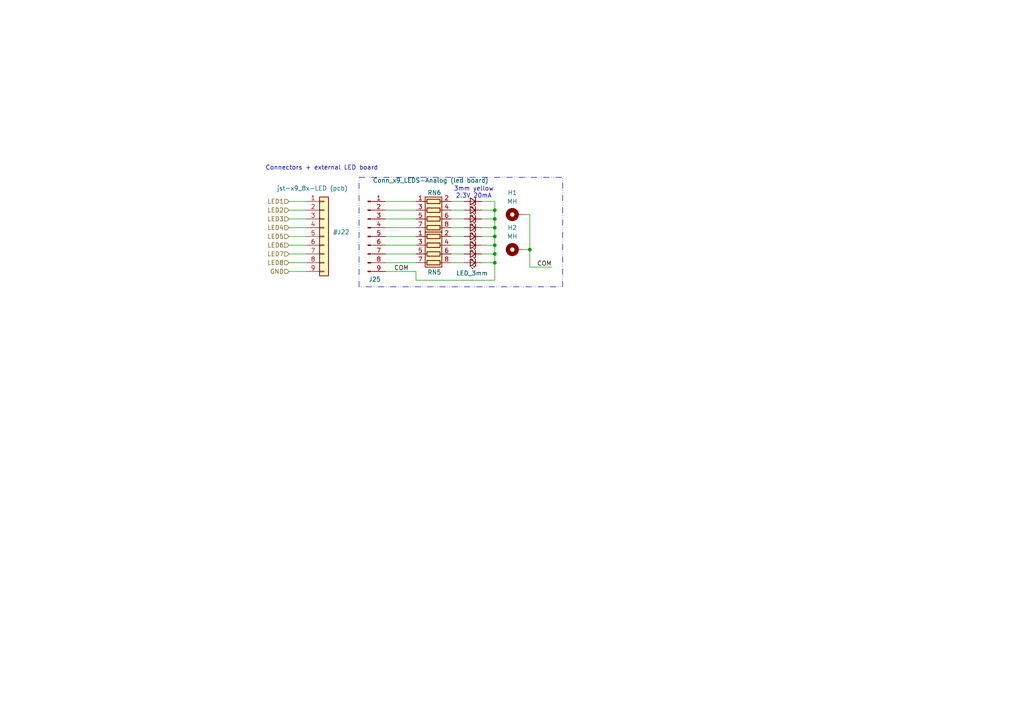
<source format=kicad_sch>
(kicad_sch (version 20231120) (generator "eeschema") (generator_version "8.0")
  (paper "A4")
  (lib_symbols
    (symbol "Connector:Conn_01x09_Pin" (pin_names (offset 1.016) hide)
      (property "Reference" "J" (at 0 12.7 0))
      (property "Value" "Conn_01x09_Pin" (at 0 -12.7 0))
      (symbol "Conn_01x09_Pin_1_1"
        (polyline (pts (xy 1.27 -10.16) (xy 0.8636 -10.16)) (stroke (width 0.1524)))
        (polyline (pts (xy 1.27 -7.62) (xy 0.8636 -7.62)) (stroke (width 0.1524)))
        (polyline (pts (xy 1.27 -5.08) (xy 0.8636 -5.08)) (stroke (width 0.1524)))
        (polyline (pts (xy 1.27 -2.54) (xy 0.8636 -2.54)) (stroke (width 0.1524)))
        (polyline (pts (xy 1.27 0) (xy 0.8636 0)) (stroke (width 0.1524)))
        (polyline (pts (xy 1.27 2.54) (xy 0.8636 2.54)) (stroke (width 0.1524)))
        (polyline (pts (xy 1.27 5.08) (xy 0.8636 5.08)) (stroke (width 0.1524)))
        (polyline (pts (xy 1.27 7.62) (xy 0.8636 7.62)) (stroke (width 0.1524)))
        (polyline (pts (xy 1.27 10.16) (xy 0.8636 10.16)) (stroke (width 0.1524)))
        (rectangle (start 0.8636 -10.033) (end 0 -10.287) (stroke (width 0.1524)) (fill (type outline)))
        (rectangle (start 0.8636 -7.493) (end 0 -7.747) (stroke (width 0.1524)) (fill (type outline)))
        (rectangle (start 0.8636 -4.953) (end 0 -5.207) (stroke (width 0.1524)) (fill (type outline)))
        (rectangle (start 0.8636 -2.413) (end 0 -2.667) (stroke (width 0.1524)) (fill (type outline)))
        (rectangle (start 0.8636 0.127) (end 0 -0.127) (stroke (width 0.1524)) (fill (type outline)))
        (rectangle (start 0.8636 2.667) (end 0 2.413) (stroke (width 0.1524)) (fill (type outline)))
        (rectangle (start 0.8636 5.207) (end 0 4.953) (stroke (width 0.1524)) (fill (type outline)))
        (rectangle (start 0.8636 7.747) (end 0 7.493) (stroke (width 0.1524)) (fill (type outline)))
        (rectangle (start 0.8636 10.287) (end 0 10.033) (stroke (width 0.1524)) (fill (type outline)))
        (pin passive line (at 5.08 10.16 180) (length 3.81) (name "Pin_1") (number "1"))
        (pin passive line (at 5.08 7.62 180) (length 3.81) (name "Pin_2") (number "2"))
        (pin passive line (at 5.08 5.08 180) (length 3.81) (name "Pin_3") (number "3"))
        (pin passive line (at 5.08 2.54 180) (length 3.81) (name "Pin_4") (number "4"))
        (pin passive line (at 5.08 0 180) (length 3.81) (name "Pin_5") (number "5"))
        (pin passive line (at 5.08 -2.54 180) (length 3.81) (name "Pin_6") (number "6"))
        (pin passive line (at 5.08 -5.08 180) (length 3.81) (name "Pin_7") (number "7"))
        (pin passive line (at 5.08 -7.62 180) (length 3.81) (name "Pin_8") (number "8"))
        (pin passive line (at 5.08 -10.16 180) (length 3.81) (name "Pin_9") (number "9"))
      )
    )
    (symbol "Connector_Generic:Conn_01x09" (pin_names (offset 1.016) hide)
      (property "Reference" "J" (at 0 12.7 0))
      (property "Value" "Conn_01x09" (at 0 -12.7 0))
      (symbol "Conn_01x09_1_1"
        (rectangle (start -1.27 -10.033) (end 0 -10.287) (stroke (width 0.1524)))
        (rectangle (start -1.27 -7.493) (end 0 -7.747) (stroke (width 0.1524)))
        (rectangle (start -1.27 -4.953) (end 0 -5.207) (stroke (width 0.1524)))
        (rectangle (start -1.27 -2.413) (end 0 -2.667) (stroke (width 0.1524)))
        (rectangle (start -1.27 0.127) (end 0 -0.127) (stroke (width 0.1524)))
        (rectangle (start -1.27 2.667) (end 0 2.413) (stroke (width 0.1524)))
        (rectangle (start -1.27 5.207) (end 0 4.953) (stroke (width 0.1524)))
        (rectangle (start -1.27 7.747) (end 0 7.493) (stroke (width 0.1524)))
        (rectangle (start -1.27 10.287) (end 0 10.033) (stroke (width 0.1524)))
        (rectangle (start -1.27 11.43) (end 1.27 -11.43) (stroke (width 0.254)) (fill (type background)))
        (pin passive line (at -5.08 10.16 0) (length 3.81) (name "Pin_1") (number "1"))
        (pin passive line (at -5.08 7.62 0) (length 3.81) (name "Pin_2") (number "2"))
        (pin passive line (at -5.08 5.08 0) (length 3.81) (name "Pin_3") (number "3"))
        (pin passive line (at -5.08 2.54 0) (length 3.81) (name "Pin_4") (number "4"))
        (pin passive line (at -5.08 0 0) (length 3.81) (name "Pin_5") (number "5"))
        (pin passive line (at -5.08 -2.54 0) (length 3.81) (name "Pin_6") (number "6"))
        (pin passive line (at -5.08 -5.08 0) (length 3.81) (name "Pin_7") (number "7"))
        (pin passive line (at -5.08 -7.62 0) (length 3.81) (name "Pin_8") (number "8"))
        (pin passive line (at -5.08 -10.16 0) (length 3.81) (name "Pin_9") (number "9"))
      )
    )
    (symbol "Device:LED_Small" (pin_numbers hide) (pin_names (offset 0.254) hide)
      (property "Reference" "D" (at -1.27 3.175 0))
      (property "Value" "LED_Small" (at -4.445 -2.54 0))
      (symbol "LED_Small_0_1"
        (polyline (pts (xy -0.762 -1.016) (xy -0.762 1.016)) (stroke (width 0.254)))
        (polyline (pts (xy 1.016 0) (xy -0.762 0)))
        (polyline (pts (xy 0.762 -1.016) (xy -0.762 0) (xy 0.762 1.016) (xy 0.762 -1.016)) (stroke (width 0.254)))
        (polyline (pts (xy 0 0.762) (xy -0.508 1.27) (xy -0.254 1.27) (xy -0.508 1.27) (xy -0.508 1.016)))
        (polyline (pts (xy 0.508 1.27) (xy 0 1.778) (xy 0.254 1.778) (xy 0 1.778) (xy 0 1.524)))
      )
      (symbol "LED_Small_1_1"
        (pin passive line (at -2.54 0 0) (length 1.778) (name "K") (number "1"))
        (pin passive line (at 2.54 0 180) (length 1.778) (name "A") (number "2"))
      )
    )
    (symbol "Mechanical:MountingHole_Pad" (pin_numbers hide) (pin_names (offset 1.016) hide) (exclude_from_sim yes) (in_bom no)
      (property "Reference" "H" (at 0 6.35 0))
      (property "Value" "MountingHole_Pad" (at 0 4.445 0))
      (symbol "MountingHole_Pad_0_1"
        (circle (center 0 1.27) (radius 1.27) (stroke (width 1.27)))
      )
      (symbol "MountingHole_Pad_1_1"
        (pin input line (at 0 -2.54 90) (length 2.54) (name "1") (number "1"))
      )
    )
    (symbol "custom-symbols:R_Pack04-Parallel-SIL" (pin_names (offset 0) hide)
      (property "Reference" "RN" (at -7.62 0 90))
      (property "Value" "R_Pack04-Parallel-SIL" (at 5.08 0 90))
      (symbol "R_Pack04-Parallel-SIL_0_1"
        (rectangle (start -6.35 -2.413) (end 3.81 2.413) (stroke (width 0.254)) (fill (type background)))
        (rectangle (start -5.715 1.905) (end -4.445 -1.905) (stroke (width 0.254)))
        (rectangle (start -3.175 1.905) (end -1.905 -1.905) (stroke (width 0.254)))
        (rectangle (start -0.635 1.905) (end 0.635 -1.905) (stroke (width 0.254)))
        (polyline (pts (xy -5.08 -2.54) (xy -5.08 -1.905)))
        (polyline (pts (xy -5.08 1.905) (xy -5.08 2.54)))
        (polyline (pts (xy -2.54 -2.54) (xy -2.54 -1.905)))
        (polyline (pts (xy -2.54 1.905) (xy -2.54 2.54)))
        (polyline (pts (xy 0 -2.54) (xy 0 -1.905)))
        (polyline (pts (xy 0 1.905) (xy 0 2.54)))
        (polyline (pts (xy 2.54 -2.54) (xy 2.54 -1.905)))
        (polyline (pts (xy 2.54 1.905) (xy 2.54 2.54)))
        (rectangle (start 1.905 1.905) (end 3.175 -1.905) (stroke (width 0.254)))
      )
      (symbol "R_Pack04-Parallel-SIL_1_1"
        (pin passive line (at -5.08 -5.08 90) (length 2.54) (name "R1.1") (number "1"))
        (pin passive line (at -5.08 5.08 270) (length 2.54) (name "R1.2") (number "2"))
        (pin passive line (at -2.54 -5.08 90) (length 2.54) (name "R2.1") (number "3"))
        (pin passive line (at -2.54 5.08 270) (length 2.54) (name "R2.2") (number "4"))
        (pin passive line (at 0 -5.08 90) (length 2.54) (name "R3.1") (number "5"))
        (pin passive line (at 0 5.08 270) (length 2.54) (name "R3.2") (number "6"))
        (pin passive line (at 2.54 -5.08 90) (length 2.54) (name "R4.1") (number "7"))
        (pin passive line (at 2.54 5.08 270) (length 2.54) (name "R4.2") (number "8"))
      )
    )
  )
  (junction (at 143.51 71.12))
  (junction (at 143.51 60.96))
  (junction (at 143.51 73.66))
  (junction (at 143.51 68.58))
  (junction (at 143.51 63.5))
  (junction (at 143.51 76.2))
  (junction (at 143.51 66.04))
  (junction (at 153.67 72.39))
  (wire (pts (xy 130.81 63.5) (xy 134.62 63.5)))
  (wire (pts (xy 130.81 73.66) (xy 134.62 73.66)))
  (wire (pts (xy 130.81 71.12) (xy 134.62 71.12)))
  (wire (pts (xy 83.82 66.04) (xy 88.9 66.04)))
  (wire (pts (xy 153.67 72.39) (xy 153.67 77.47)))
  (wire (pts (xy 130.81 60.96) (xy 134.62 60.96)))
  (wire (pts (xy 143.51 73.66) (xy 143.51 71.12)))
  (wire (pts (xy 143.51 68.58) (xy 143.51 66.04)))
  (wire (pts (xy 130.81 68.58) (xy 134.62 68.58)))
  (wire (pts (xy 143.51 60.96) (xy 143.51 58.42)))
  (wire (pts (xy 111.76 73.66) (xy 120.65 73.66)))
  (wire (pts (xy 153.67 77.47) (xy 160.02 77.47)))
  (wire (pts (xy 143.51 66.04) (xy 143.51 63.5)))
  (wire (pts (xy 139.7 66.04) (xy 143.51 66.04)))
  (wire (pts (xy 139.7 71.12) (xy 143.51 71.12)))
  (wire (pts (xy 83.82 63.5) (xy 88.9 63.5)))
  (wire (pts (xy 143.51 76.2) (xy 143.51 73.66)))
  (wire (pts (xy 139.7 60.96) (xy 143.51 60.96)))
  (wire (pts (xy 83.82 73.66) (xy 88.9 73.66)))
  (wire (pts (xy 111.76 78.74) (xy 120.65 78.74)))
  (wire (pts (xy 153.67 62.23) (xy 153.67 72.39)))
  (wire (pts (xy 111.76 71.12) (xy 120.65 71.12)))
  (wire (pts (xy 111.76 60.96) (xy 120.65 60.96)))
  (wire (pts (xy 130.81 76.2) (xy 134.62 76.2)))
  (wire (pts (xy 143.51 71.12) (xy 143.51 68.58)))
  (wire (pts (xy 83.82 76.2) (xy 88.9 76.2)))
  (wire (pts (xy 83.82 68.58) (xy 88.9 68.58)))
  (wire (pts (xy 111.76 58.42) (xy 120.65 58.42)))
  (wire (pts (xy 143.51 58.42) (xy 139.7 58.42)))
  (wire (pts (xy 130.81 58.42) (xy 134.62 58.42)))
  (wire (pts (xy 83.82 78.74) (xy 88.9 78.74)))
  (wire (pts (xy 139.7 76.2) (xy 143.51 76.2)))
  (wire (pts (xy 83.82 60.96) (xy 88.9 60.96)))
  (wire (pts (xy 139.7 63.5) (xy 143.51 63.5)))
  (wire (pts (xy 143.51 76.2) (xy 143.51 81.28)))
  (wire (pts (xy 139.7 68.58) (xy 143.51 68.58)))
  (wire (pts (xy 83.82 58.42) (xy 88.9 58.42)))
  (wire (pts (xy 139.7 73.66) (xy 143.51 73.66)))
  (wire (pts (xy 111.76 76.2) (xy 120.65 76.2)))
  (wire (pts (xy 111.76 68.58) (xy 120.65 68.58)))
  (wire (pts (xy 83.82 71.12) (xy 88.9 71.12)))
  (wire (pts (xy 143.51 63.5) (xy 143.51 60.96)))
  (wire (pts (xy 111.76 66.04) (xy 120.65 66.04)))
  (wire (pts (xy 111.76 63.5) (xy 120.65 63.5)))
  (wire (pts (xy 152.4 62.23) (xy 153.67 62.23)))
  (wire (pts (xy 143.51 81.28) (xy 120.65 81.28)))
  (wire (pts (xy 120.65 81.28) (xy 120.65 78.74)))
  (wire (pts (xy 130.81 66.04) (xy 134.62 66.04)))
  (wire (pts (xy 152.4 72.39) (xy 153.67 72.39)))
  (rectangle (start 104.14 51.435) (end 163.195 83.185) (stroke (width 0) (type dash_dot_dot)))
  (text "3mm yellow\n2.3V 20mA" (at 137.414 55.88 0) (effects (font (size 1.27 1.27))))
  (text "Connectors + external LED board" (at 76.962 48.768 0) (effects (font (size 1.27 1.27)) (justify left)))
  (label "COM" (at 160.02 77.47 180))
  (label "COM" (at 114.3 78.74 0))
  (hierarchical_label "LED8" (shape input) (at 83.82 76.2 180))
  (hierarchical_label "LED4" (shape input) (at 83.82 66.04 180))
  (hierarchical_label "GND" (shape input) (at 83.82 78.74 180))
  (hierarchical_label "LED5" (shape input) (at 83.82 68.58 180))
  (hierarchical_label "LED6" (shape input) (at 83.82 71.12 180))
  (hierarchical_label "LED2" (shape input) (at 83.82 60.96 180))
  (hierarchical_label "LED7" (shape input) (at 83.82 73.66 180))
  (hierarchical_label "LED3" (shape input) (at 83.82 63.5 180))
  (hierarchical_label "LED1" (shape input) (at 83.82 58.42 180))
  (symbol (lib_id "Device:LED_Small") (at 137.16 60.96 180) (unit 1)
    (property "Reference" "D8" (effects (hide yes)))
    (property "Value" "LED_3mm" (effects (hide yes)))
    (property "Footprint" "LED_THT:LED_D3.0mm_IRGrey" (effects (hide yes)))
    (property "Datasheet" "https://www.conrad.de/de/p/tru-components-1577458-led-bedrahtet-gelb-rund-3-mm-275-mcd-60-20-ma-1577458.html" (effects (hide yes)))
    (property "Description" "Light emitting diode, small symbol" (effects (hide yes)))
  )
  (symbol (lib_id "custom-symbols:R_Pack04-Parallel-SIL") (at 125.73 73.66 270) (unit 1)
    (property "Reference" "RN6" (at 125.984 55.88 90))
    (property "Value" "R_Pack04_27R" (effects (hide yes)))
    (property "Footprint" "Resistor_THT:R_Array_SIP8" (effects (hide yes)))
    (property "Datasheet" "https://www.reichelt.com/be/en/shop/product/resistor_network_4res_8pin_27_ohm-168596" (effects (hide yes)))
    (property "Description" "4 resistor network, parallel topology" (effects (hide yes)))
  )
  (symbol (lib_id "Device:LED_Small") (at 137.16 63.5 180) (unit 1)
    (property "Reference" "D10" (effects (hide yes)))
    (property "Value" "LED_3mm" (effects (hide yes)))
    (property "Footprint" "LED_THT:LED_D3.0mm_IRGrey" (effects (hide yes)))
    (property "Datasheet" "https://www.conrad.de/de/p/tru-components-1577458-led-bedrahtet-gelb-rund-3-mm-275-mcd-60-20-ma-1577458.html" (effects (hide yes)))
    (property "Description" "Light emitting diode, small symbol" (effects (hide yes)))
  )
  (symbol (lib_id "Mechanical:MountingHole_Pad") (at 149.86 62.23 90) (unit 1) (exclude_from_sim yes) (in_bom no)
    (property "Reference" "H1" (at 148.59 55.88 90))
    (property "Value" "MH" (at 148.59 58.42 90))
    (property "Footprint" "custom-footprints1:MountingHole_2.2mm_NPTH-with-pad" (effects (hide yes)))
    (property "Description" "Mounting Hole with connection" (effects (hide yes)))
  )
  (symbol (lib_id "Device:LED_Small") (at 137.16 68.58 180) (unit 1)
    (property "Reference" "D17" (effects (hide yes)))
    (property "Value" "LED_3mm" (effects (hide yes)))
    (property "Footprint" "LED_THT:LED_D3.0mm_IRGrey" (effects (hide yes)))
    (property "Datasheet" "https://www.conrad.de/de/p/tru-components-1577458-led-bedrahtet-gelb-rund-3-mm-275-mcd-60-20-ma-1577458.html" (effects (hide yes)))
    (property "Description" "Light emitting diode, small symbol" (effects (hide yes)))
  )
  (symbol (lib_id "Connector:Conn_01x09_Pin") (at 106.68 68.58 0) (unit 1)
    (property "Reference" "J25" (at 110.49 81.026 0) (effects (justify right)))
    (property "Value" "Conn_x9_LEDS-Analog (led board)" (at 141.732 52.324 0) (effects (justify right)))
    (property "Footprint" "Connector_PinHeader_2.54mm:PinHeader_1x09_P2.54mm_Vertical" (effects (hide yes)))
    (property "Description" "Generic connector, single row, 01x09, script generated" (effects (hide yes)))
  )
  (symbol (lib_id "Device:LED_Small") (at 137.16 76.2 180) (unit 1)
    (property "Reference" "D27" (effects (hide yes)))
    (property "Value" "LED_3mm" (at 136.906 79.248 0))
    (property "Footprint" "LED_THT:LED_D3.0mm_IRGrey" (effects (hide yes)))
    (property "Datasheet" "https://www.conrad.de/de/p/tru-components-1577379-led-bedrahtet-rot-rund-3-mm-125-mcd-60-20-ma-1577379.html" (effects (hide yes)))
    (property "Description" "Light emitting diode, small symbol" (effects (hide yes)))
  )
  (symbol (lib_id "Connector_Generic:Conn_01x09") (at 93.98 68.58 0) (unit 1)
    (property "Reference" "#J22" (at 96.52 67.3099 0) (effects (justify left)))
    (property "Value" "jst-x9_8x-LED (pcb)" (at 80.264 54.61 0) (effects (justify left)))
    (property "Footprint" "Connector_JST:JST_XH_B9B-XH-A_1x09_P2.50mm_Vertical" (effects (hide yes)))
    (property "Datasheet" "https://www.ebay.de/itm/183466543983" (effects (hide yes)))
    (property "Description" "Generic connector, single row, 01x09, script generated (kicad-library-utils/schlib/autogen/connector/)" (effects (hide yes)))
  )
  (symbol (lib_id "Device:LED_Small") (at 137.16 66.04 180) (unit 1)
    (property "Reference" "D15" (effects (hide yes)))
    (property "Value" "LED_3mm" (effects (hide yes)))
    (property "Footprint" "LED_THT:LED_D3.0mm_IRGrey" (effects (hide yes)))
    (property "Datasheet" "https://www.conrad.de/de/p/tru-components-1577458-led-bedrahtet-gelb-rund-3-mm-275-mcd-60-20-ma-1577458.html" (effects (hide yes)))
    (property "Description" "Light emitting diode, small symbol" (effects (hide yes)))
  )
  (symbol (lib_id "Device:LED_Small") (at 137.16 73.66 180) (unit 1)
    (property "Reference" "D26" (effects (hide yes)))
    (property "Value" "LED_3mm" (effects (hide yes)))
    (property "Footprint" "LED_THT:LED_D3.0mm_IRGrey" (effects (hide yes)))
    (property "Datasheet" "https://www.conrad.de/de/p/tru-components-1577458-led-bedrahtet-gelb-rund-3-mm-275-mcd-60-20-ma-1577458.html" (effects (hide yes)))
    (property "Description" "Light emitting diode, small symbol" (effects (hide yes)))
  )
  (symbol (lib_id "Device:LED_Small") (at 137.16 58.42 180) (unit 1)
    (property "Reference" "D7" (effects (hide yes)))
    (property "Value" "LED_3mm" (effects (hide yes)))
    (property "Footprint" "LED_THT:LED_D3.0mm_IRGrey" (effects (hide yes)))
    (property "Datasheet" "https://www.conrad.de/de/p/tru-components-1577458-led-bedrahtet-gelb-rund-3-mm-275-mcd-60-20-ma-1577458.html" (effects (hide yes)))
    (property "Description" "Light emitting diode, small symbol" (effects (hide yes)))
  )
  (symbol (lib_id "Mechanical:MountingHole_Pad") (at 149.86 72.39 90) (unit 1) (exclude_from_sim yes) (in_bom no)
    (property "Reference" "H2" (at 148.59 66.04 90))
    (property "Value" "MH" (at 148.59 68.58 90))
    (property "Footprint" "custom-footprints1:MountingHole_2.2mm_NPTH-with-pad" (effects (hide yes)))
    (property "Description" "Mounting Hole with connection" (effects (hide yes)))
  )
  (symbol (lib_id "custom-symbols:R_Pack04-Parallel-SIL") (at 125.73 63.5 270) (unit 1)
    (property "Reference" "RN5" (at 125.984 78.994 90))
    (property "Value" "R_Pack04_27R" (effects (hide yes)))
    (property "Footprint" "Resistor_THT:R_Array_SIP8" (effects (hide yes)))
    (property "Datasheet" "https://www.reichelt.com/be/en/shop/product/resistor_network_4res_8pin_27_ohm-168596" (effects (hide yes)))
    (property "Description" "4 resistor network, parallel topology" (effects (hide yes)))
  )
  (symbol (lib_id "Device:LED_Small") (at 137.16 71.12 180) (unit 1)
    (property "Reference" "D23" (effects (hide yes)))
    (property "Value" "LED_3mm" (effects (hide yes)))
    (property "Footprint" "LED_THT:LED_D3.0mm_IRGrey" (effects (hide yes)))
    (property "Datasheet" "https://www.conrad.de/de/p/tru-components-1577458-led-bedrahtet-gelb-rund-3-mm-275-mcd-60-20-ma-1577458.html" (effects (hide yes)))
    (property "Description" "Light emitting diode, small symbol" (effects (hide yes)))
  )
)
</source>
